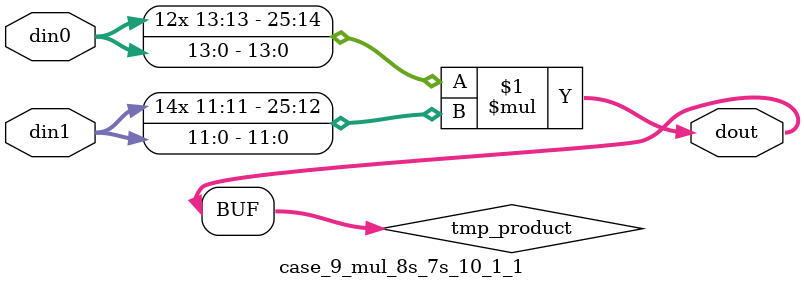
<source format=v>

`timescale 1 ns / 1 ps

 module case_9_mul_8s_7s_10_1_1(din0, din1, dout);
parameter ID = 1;
parameter NUM_STAGE = 0;
parameter din0_WIDTH = 14;
parameter din1_WIDTH = 12;
parameter dout_WIDTH = 26;

input [din0_WIDTH - 1 : 0] din0; 
input [din1_WIDTH - 1 : 0] din1; 
output [dout_WIDTH - 1 : 0] dout;

wire signed [dout_WIDTH - 1 : 0] tmp_product;



























assign tmp_product = $signed(din0) * $signed(din1);








assign dout = tmp_product;





















endmodule

</source>
